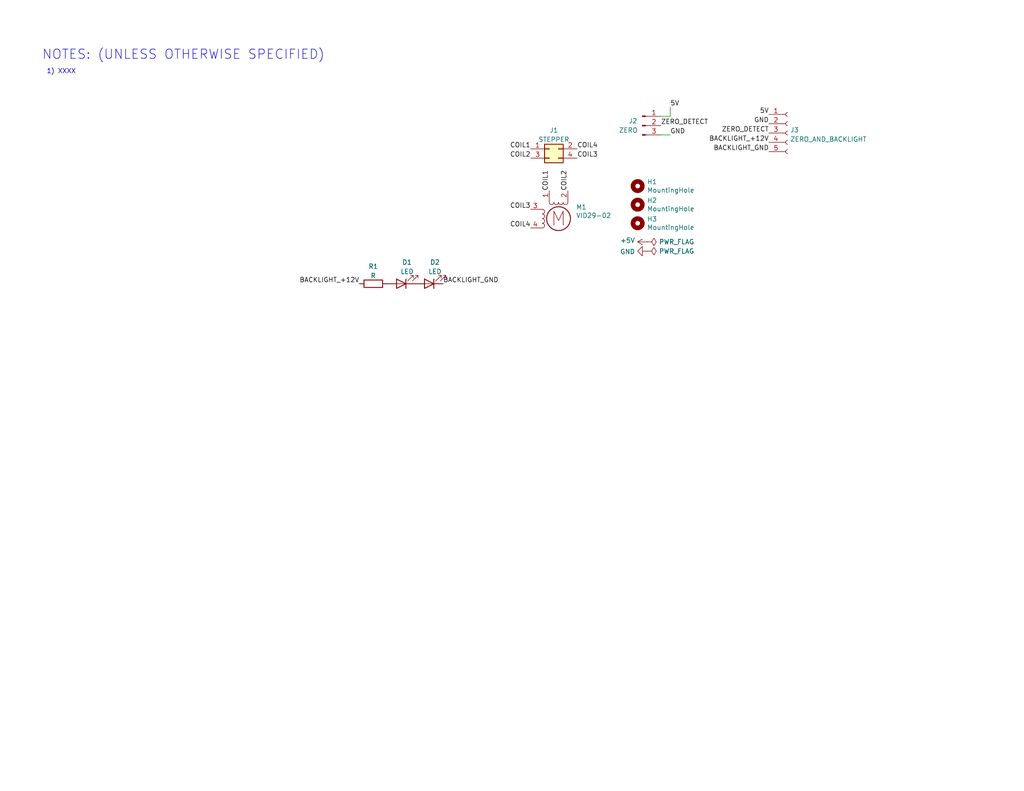
<source format=kicad_sch>
(kicad_sch (version 20211123) (generator eeschema)
  (paper "A")
  (title_block (date "2022-08-04") (rev "2"))
  (lib_symbols
    (symbol "Connector:Conn_01x03_Male" (pin_names (offset 1.016) hide)
      (property "Reference" "J" (at 0 5.08 0))
      (property "Value" "Conn_01x03_Male" (at 0 -5.08 0))
      (symbol "Conn_01x03_Male_1_1"
        (polyline (pts (xy 1.27 -2.54) (xy 0.8636 -2.54)) (stroke (width 0.1524)))
        (polyline (pts (xy 1.27 0) (xy 0.8636 0)) (stroke (width 0.1524)))
        (polyline (pts (xy 1.27 2.54) (xy 0.8636 2.54)) (stroke (width 0.1524)))
        (rectangle (start 0.8636 -2.413) (end 0 -2.667) (stroke (width 0.1524)) (fill (type outline)))
        (rectangle (start 0.8636 0.127) (end 0 -0.127) (stroke (width 0.1524)) (fill (type outline)))
        (rectangle (start 0.8636 2.667) (end 0 2.413) (stroke (width 0.1524)) (fill (type outline)))
        (pin passive line (at 5.08 2.54 180) (length 3.81) (name "Pin_1") (number "1"))
        (pin passive line (at 5.08 0 180) (length 3.81) (name "Pin_2") (number "2"))
        (pin passive line (at 5.08 -2.54 180) (length 3.81) (name "Pin_3") (number "3"))
      )
    )
    (symbol "Connector:Conn_01x05_Female" (pin_names (offset 1.016) hide)
      (property "Reference" "J" (at 0 7.62 0))
      (property "Value" "Conn_01x05_Female" (at 0 -7.62 0))
      (symbol "Conn_01x05_Female_1_1"
        (arc (start 0 -4.572) (mid -0.508 -5.08) (end 0 -5.588) (stroke (width 0.1524)))
        (arc (start 0 -2.032) (mid -0.508 -2.54) (end 0 -3.048) (stroke (width 0.1524)))
        (polyline (pts (xy -1.27 -5.08) (xy -0.508 -5.08)) (stroke (width 0.1524)))
        (polyline (pts (xy -1.27 -2.54) (xy -0.508 -2.54)) (stroke (width 0.1524)))
        (polyline (pts (xy -1.27 0) (xy -0.508 0)) (stroke (width 0.1524)))
        (polyline (pts (xy -1.27 2.54) (xy -0.508 2.54)) (stroke (width 0.1524)))
        (polyline (pts (xy -1.27 5.08) (xy -0.508 5.08)) (stroke (width 0.1524)))
        (arc (start 0 0.508) (mid -0.508 0) (end 0 -0.508) (stroke (width 0.1524)))
        (arc (start 0 3.048) (mid -0.508 2.54) (end 0 2.032) (stroke (width 0.1524)))
        (arc (start 0 5.588) (mid -0.508 5.08) (end 0 4.572) (stroke (width 0.1524)))
        (pin passive line (at -5.08 5.08 0) (length 3.81) (name "Pin_1") (number "1"))
        (pin passive line (at -5.08 2.54 0) (length 3.81) (name "Pin_2") (number "2"))
        (pin passive line (at -5.08 0 0) (length 3.81) (name "Pin_3") (number "3"))
        (pin passive line (at -5.08 -2.54 0) (length 3.81) (name "Pin_4") (number "4"))
        (pin passive line (at -5.08 -5.08 0) (length 3.81) (name "Pin_5") (number "5"))
      )
    )
    (symbol "Connector_Generic:Conn_02x02_Odd_Even" (pin_names (offset 1.016) hide)
      (property "Reference" "J" (at 1.27 2.54 0))
      (property "Value" "Conn_02x02_Odd_Even" (at 1.27 -5.08 0))
      (symbol "Conn_02x02_Odd_Even_1_1"
        (rectangle (start -1.27 -2.413) (end 0 -2.667) (stroke (width 0.1524)))
        (rectangle (start -1.27 0.127) (end 0 -0.127) (stroke (width 0.1524)))
        (rectangle (start -1.27 1.27) (end 3.81 -3.81) (stroke (width 0.254)) (fill (type background)))
        (rectangle (start 3.81 -2.413) (end 2.54 -2.667) (stroke (width 0.1524)))
        (rectangle (start 3.81 0.127) (end 2.54 -0.127) (stroke (width 0.1524)))
        (pin passive line (at -5.08 0 0) (length 3.81) (name "Pin_1") (number "1"))
        (pin passive line (at 7.62 0 180) (length 3.81) (name "Pin_2") (number "2"))
        (pin passive line (at -5.08 -2.54 0) (length 3.81) (name "Pin_3") (number "3"))
        (pin passive line (at 7.62 -2.54 180) (length 3.81) (name "Pin_4") (number "4"))
      )
    )
    (symbol "Device:LED" (pin_numbers hide) (pin_names (offset 1.016) hide)
      (property "Reference" "D" (at 0 2.54 0))
      (property "Value" "LED" (at 0 -2.54 0))
      (symbol "LED_0_1"
        (polyline (pts (xy -1.27 -1.27) (xy -1.27 1.27)) (stroke (width 0.254)))
        (polyline (pts (xy -1.27 0) (xy 1.27 0)))
        (polyline (pts (xy 1.27 -1.27) (xy 1.27 1.27) (xy -1.27 0) (xy 1.27 -1.27)) (stroke (width 0.254)))
        (polyline (pts (xy -3.048 -0.762) (xy -4.572 -2.286) (xy -3.81 -2.286) (xy -4.572 -2.286) (xy -4.572 -1.524)))
        (polyline (pts (xy -1.778 -0.762) (xy -3.302 -2.286) (xy -2.54 -2.286) (xy -3.302 -2.286) (xy -3.302 -1.524)))
      )
      (symbol "LED_1_1"
        (pin passive line (at -3.81 0 0) (length 2.54) (name "K") (number "1"))
        (pin passive line (at 3.81 0 180) (length 2.54) (name "A") (number "2"))
      )
    )
    (symbol "Device:R" (pin_numbers hide) (pin_names (offset 0))
      (property "Reference" "R" (at 2.032 0 90))
      (property "Value" "R" (at 0 0 90))
      (symbol "R_0_1"
        (rectangle (start -1.016 -2.54) (end 1.016 2.54) (stroke (width 0.254)))
      )
      (symbol "R_1_1"
        (pin passive line (at 0 3.81 270) (length 1.27) (name "~") (number "1"))
        (pin passive line (at 0 -3.81 90) (length 1.27) (name "~") (number "2"))
      )
    )
    (symbol "Mechanical:MountingHole" (pin_names (offset 1.016))
      (property "Reference" "H" (at 0 5.08 0))
      (property "Value" "MountingHole" (at 0 3.175 0))
      (symbol "MountingHole_0_1"
        (circle (center 0 0) (radius 1.27) (stroke (width 1.27)))
      )
    )
    (symbol "Motor:Stepper_Motor_bipolar" (pin_names (offset 0) hide)
      (property "Reference" "M" (at 3.81 2.54 0))
      (property "Value" "Stepper_Motor_bipolar" (at 3.81 1.27 0))
      (symbol "Stepper_Motor_bipolar_0_0"
        (polyline (pts (xy -1.27 -1.778) (xy -1.27 2.032) (xy 0 -0.508) (xy 1.27 2.032) (xy 1.27 -1.778)))
      )
      (symbol "Stepper_Motor_bipolar_0_1"
        (arc (start -4.445 -2.54) (mid -3.81 -1.905) (end -4.445 -1.27))
        (arc (start -4.445 -1.27) (mid -3.81 -0.635) (end -4.445 0))
        (arc (start -4.445 0) (mid -3.81 0.635) (end -4.445 1.27))
        (arc (start -4.445 1.27) (mid -3.81 1.905) (end -4.445 2.54))
        (arc (start -2.54 4.445) (mid -1.905 3.81) (end -1.27 4.445))
        (arc (start -1.27 4.445) (mid -0.635 3.81) (end 0 4.445))
        (polyline (pts (xy -5.08 -2.54) (xy -4.445 -2.54)))
        (polyline (pts (xy -5.08 2.54) (xy -4.445 2.54)))
        (polyline (pts (xy -2.54 5.08) (xy -2.54 4.445)))
        (polyline (pts (xy 2.54 5.08) (xy 2.54 4.445)))
        (circle (center 0 0) (radius 3.2512) (stroke (width 0.254)))
        (arc (start 0 4.445) (mid 0.635 3.81) (end 1.27 4.445))
        (arc (start 1.27 4.445) (mid 1.905 3.81) (end 2.54 4.445))
      )
      (symbol "Stepper_Motor_bipolar_1_1"
        (pin passive line (at -2.54 7.62 270) (length 2.54) (name "~") (number "1"))
        (pin passive line (at 2.54 7.62 270) (length 2.54) (name "-") (number "2"))
        (pin passive line (at -7.62 2.54 0) (length 2.54) (name "~") (number "3"))
        (pin passive line (at -7.62 -2.54 0) (length 2.54) (name "~") (number "4"))
      )
    )
    (symbol "power:+5V" (power) (pin_names (offset 0))
      (property "Value" "+5V" (at 0 3.556 0))
      (symbol "+5V_0_1"
        (polyline (pts (xy -0.762 1.27) (xy 0 2.54)))
        (polyline (pts (xy 0 0) (xy 0 2.54)))
        (polyline (pts (xy 0 2.54) (xy 0.762 1.27)))
      )
      (symbol "+5V_1_1"
        (pin power_in line (at 0 0 90) (length 0) hide (name "+5V") (number "1"))
      )
    )
    (symbol "power:GND" (power) (pin_names (offset 0))
      (property "Value" "GND" (at 0 -3.81 0))
      (symbol "GND_0_1"
        (polyline (pts (xy 0 0) (xy 0 -1.27) (xy 1.27 -1.27) (xy 0 -2.54) (xy -1.27 -1.27) (xy 0 -1.27)))
      )
      (symbol "GND_1_1"
        (pin power_in line (at 0 0 270) (length 0) hide (name "GND") (number "1"))
      )
    )
    (symbol "power:PWR_FLAG" (power) (pin_numbers hide) (pin_names (offset 0) hide)
      (property "Value" "PWR_FLAG" (at 0 3.81 0))
      (symbol "PWR_FLAG_0_0"
        (pin power_out line (at 0 0 90) (length 0) (name "pwr") (number "1"))
      )
      (symbol "PWR_FLAG_0_1"
        (polyline (pts (xy 0 0) (xy 0 1.27) (xy -1.016 1.905) (xy 0 2.54) (xy 1.016 1.905) (xy 0 1.27)))
      )
    )
  )
  (wire (pts (xy 182.88 31.75) (xy 182.88 29.21)))
  (wire (pts (xy 180.34 31.75) (xy 182.88 31.75)))
  (wire (pts (xy 182.88 36.83) (xy 180.34 36.83)))
  (text "1) XXXX" (at 12.7 20.32 0) (effects (font (size 1.27 1.27)) (justify left bottom)))
  (text "NOTES: (UNLESS OTHERWISE SPECIFIED)" (at 11.43 16.51 0) (effects (font (size 2.54 2.54)) (justify left bottom)))
  (label "BACKLIGHT_GND" (at 209.804 41.402 180))
  (label "GND" (at 209.804 33.782 180))
  (label "COIL4" (at 144.78 62.23 180))
  (label "ZERO_DETECT" (at 180.34 34.29 0))
  (label "COIL1" (at 149.86 52.07 90))
  (label "BACKLIGHT_+12V" (at 98.044 77.47 180))
  (label "COIL2" (at 144.78 43.18 180))
  (label "5V" (at 209.804 31.242 180))
  (label "5V" (at 182.88 29.21 0))
  (label "BACKLIGHT_+12V" (at 209.804 38.862 180))
  (label "COIL3" (at 144.78 57.15 180))
  (label "ZERO_DETECT" (at 209.804 36.322 180))
  (label "COIL2" (at 154.94 52.07 90))
  (label "GND" (at 182.88 36.83 0))
  (label "COIL1" (at 144.78 40.64 180))
  (label "BACKLIGHT_GND" (at 120.904 77.47 0))
  (label "COIL4" (at 157.48 40.64 0))
  (label "COIL3" (at 157.48 43.18 0))
  (symbol (lib_id "power:PWR_FLAG") (at 176.53 68.58 270) (unit 1)
    (property "Reference" "#FLG02" (effects hide))
    (property "Value" "PWR_FLAG" (at 179.7812 68.58 90) (effects (justify left)))
  )
  (symbol (lib_id "power:GND") (at 176.53 68.58 270) (unit 1)
    (property "Reference" "#PWR02" (effects hide))
    (property "Value" "GND" (at 173.2788 68.707 90) (effects (justify right)))
  )
  (symbol (lib_id "Motor:Stepper_Motor_bipolar") (at 152.4 59.69 0) (unit 1)
    (property "Reference" "M1" (at 157.1752 56.5404 0) (effects (justify left)))
    (property "Value" "VID29-02" (at 157.1752 58.8518 0) (effects (justify left)))
    (property "Footprint" "KiCAD Libraries:VID29-02" (effects hide))
    (property "Datasheet" "https://guy.carpenter.id.au/gaugette/resources/vid/20091026113525_VID29_manual_EN-080606.pdf" (effects hide))
  )
  (symbol (lib_id "Connector:Conn_01x03_Male") (at 175.26 34.29 0) (unit 1)
    (property "Reference" "J2" (at 172.72 33.02 0))
    (property "Value" "ZERO" (at 171.45 35.56 0))
    (property "Footprint" "Connector_PinHeader_2.54mm:PinHeader_1x03_P2.54mm_Vertical" (effects hide))
  )
  (symbol (lib_id "power:+5V") (at 176.53 66.04 90) (unit 1)
    (property "Reference" "#PWR01" (effects hide))
    (property "Value" "+5V" (at 173.2788 65.659 90) (effects (justify left)))
  )
  (symbol (lib_id "power:PWR_FLAG") (at 176.53 66.04 270) (unit 1)
    (property "Reference" "#FLG01" (effects hide))
    (property "Value" "PWR_FLAG" (at 179.7812 66.04 90) (effects (justify left)))
  )
  (symbol (lib_id "Mechanical:MountingHole") (at 173.99 50.8 0) (unit 1)
    (property "Reference" "H1" (at 176.53 49.6316 0) (effects (justify left)))
    (property "Value" "MountingHole" (at 176.53 51.943 0) (effects (justify left)))
    (property "Footprint" "MountingHole:MountingHole_2.5mm" (effects hide))
  )
  (symbol (lib_id "Mechanical:MountingHole") (at 173.99 55.88 0) (unit 1)
    (property "Reference" "H2" (at 176.53 54.7116 0) (effects (justify left)))
    (property "Value" "MountingHole" (at 176.53 57.023 0) (effects (justify left)))
    (property "Footprint" "MountingHole:MountingHole_2.5mm" (effects hide))
  )
  (symbol (lib_id "Mechanical:MountingHole") (at 173.99 60.96 0) (unit 1)
    (property "Reference" "H3" (at 176.53 59.7916 0) (effects (justify left)))
    (property "Value" "MountingHole" (at 176.53 62.103 0) (effects (justify left)))
    (property "Footprint" "MountingHole:MountingHole_2.5mm" (effects hide))
  )
  (symbol (lib_id "Connector_Generic:Conn_02x02_Odd_Even") (at 149.86 40.64 0) (unit 1)
    (property "Reference" "J1" (at 151.13 35.56 0))
    (property "Value" "STEPPER" (at 151.13 38.1 0))
    (property "Footprint" "Connector_Molex:Molex_PicoBlade_53047-0410_1x04_P1.25mm_Vertical" (effects hide))
  )
  (symbol (lib_id "Connector:Conn_01x05_Female") (at 214.884 36.322 0) (unit 1)
    (property "Reference" "J3" (at 215.5952 35.4873 0) (effects (justify left)))
    (property "Value" "ZERO_AND_BACKLIGHT" (at 215.5952 38.0242 0) (effects (justify left)))
    (property "Footprint" "Connector_Molex:Molex_PicoBlade_53047-0510_1x05_P1.25mm_Vertical" (effects hide))
  )
  (symbol (lib_id "Device:R") (at 101.854 77.47 90) (unit 1)
    (property "Reference" "R1" (at 101.854 72.7542 90))
    (property "Value" "R" (at 101.854 75.2911 90))
    (property "Footprint" "Resistor_THT:R_Axial_DIN0204_L3.6mm_D1.6mm_P1.90mm_Vertical" (effects hide))
  )
  (symbol (lib_id "Device:LED") (at 117.094 77.47 180) (unit 1)
    (property "Reference" "D2" (at 118.6815 71.6112 0))
    (property "Value" "LED" (at 118.6815 74.1481 0))
    (property "Footprint" "LED_THT:LED_D5.0mm" (effects hide))
  )
  (symbol (lib_id "Device:LED") (at 109.474 77.47 180) (unit 1)
    (property "Reference" "D1" (at 111.0615 71.6112 0))
    (property "Value" "LED" (at 111.0615 74.1481 0))
    (property "Footprint" "LED_THT:LED_D5.0mm" (effects hide))
  )
)
</source>
